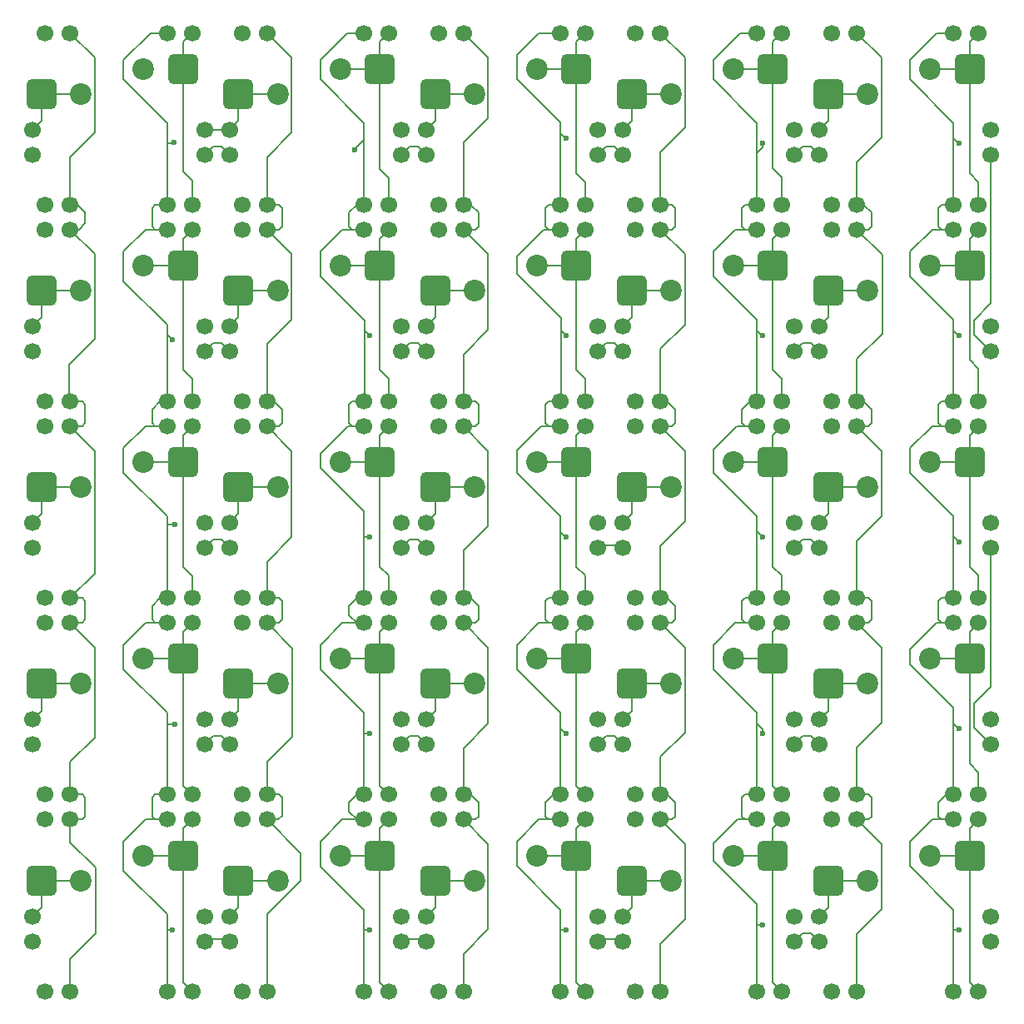
<source format=gbr>
%TF.GenerationSoftware,KiCad,Pcbnew,9.0.0*%
%TF.CreationDate,2025-05-01T22:13:03+08:00*%
%TF.ProjectId,kbd5x5,6b626435-7835-42e6-9b69-6361645f7063,rev?*%
%TF.SameCoordinates,Original*%
%TF.FileFunction,Copper,L2,Bot*%
%TF.FilePolarity,Positive*%
%FSLAX46Y46*%
G04 Gerber Fmt 4.6, Leading zero omitted, Abs format (unit mm)*
G04 Created by KiCad (PCBNEW 9.0.0) date 2025-05-01 22:13:03*
%MOMM*%
%LPD*%
G01*
G04 APERTURE LIST*
G04 Aperture macros list*
%AMRoundRect*
0 Rectangle with rounded corners*
0 $1 Rounding radius*
0 $2 $3 $4 $5 $6 $7 $8 $9 X,Y pos of 4 corners*
0 Add a 4 corners polygon primitive as box body*
4,1,4,$2,$3,$4,$5,$6,$7,$8,$9,$2,$3,0*
0 Add four circle primitives for the rounded corners*
1,1,$1+$1,$2,$3*
1,1,$1+$1,$4,$5*
1,1,$1+$1,$6,$7*
1,1,$1+$1,$8,$9*
0 Add four rect primitives between the rounded corners*
20,1,$1+$1,$2,$3,$4,$5,0*
20,1,$1+$1,$4,$5,$6,$7,0*
20,1,$1+$1,$6,$7,$8,$9,0*
20,1,$1+$1,$8,$9,$2,$3,0*%
G04 Aperture macros list end*
%TA.AperFunction,ComponentPad*%
%ADD10C,1.700000*%
%TD*%
%TA.AperFunction,ComponentPad*%
%ADD11RoundRect,0.450000X-1.050000X-1.050000X1.050000X-1.050000X1.050000X1.050000X-1.050000X1.050000X0*%
%TD*%
%TA.AperFunction,ComponentPad*%
%ADD12C,2.200000*%
%TD*%
%TA.AperFunction,ViaPad*%
%ADD13C,0.600000*%
%TD*%
%TA.AperFunction,Conductor*%
%ADD14C,0.200000*%
%TD*%
G04 APERTURE END LIST*
D10*
%TO.P,SW1,1,1*%
%TO.N,Net-(SW1-Pad1)*%
X31270000Y-41110000D03*
D11*
X32190000Y-37460000D03*
D12*
X36190000Y-37460000D03*
D10*
X48730000Y-41110000D03*
D12*
%TO.P,SW1,2,2*%
%TO.N,Net-(SW1-Pad2)*%
X42540000Y-34920000D03*
D11*
X46540000Y-34920000D03*
D10*
X47460000Y-31270000D03*
X47460000Y-48730000D03*
%TO.P,SW1,3,3*%
%TO.N,Net-(D1-DIN)*%
X31270000Y-43650000D03*
%TO.P,SW1,4,4*%
%TO.N,Net-(D1-DOUT)*%
X48730000Y-43650000D03*
%TO.P,SW1,5,5*%
%TO.N,VCC*%
X35080000Y-31270000D03*
X35080000Y-48730000D03*
%TO.P,SW1,6,6*%
%TO.N,GND*%
X44920000Y-31270000D03*
X44920000Y-48730000D03*
%TO.P,SW1,7*%
%TO.N,N/C*%
X32540000Y-31270000D03*
X32540000Y-48730000D03*
%TD*%
%TO.P,SW22,1,1*%
%TO.N,Net-(SW12-Pad1)*%
X111270000Y-61110000D03*
D11*
X112190000Y-57460000D03*
D12*
X116190000Y-57460000D03*
D10*
X128730000Y-61110000D03*
D12*
%TO.P,SW22,2,2*%
%TO.N,Net-(SW21-Pad2)*%
X122540000Y-54920000D03*
D11*
X126540000Y-54920000D03*
D10*
X127460000Y-51270000D03*
X127460000Y-68730000D03*
%TO.P,SW22,3,3*%
%TO.N,Net-(D17-DIN)*%
X111270000Y-63650000D03*
%TO.P,SW22,4,4*%
%TO.N,Net-(D21-DOUT)*%
X128730000Y-63650000D03*
%TO.P,SW22,5,5*%
%TO.N,VCC*%
X115080000Y-51270000D03*
X115080000Y-68730000D03*
%TO.P,SW22,6,6*%
%TO.N,GND*%
X124920000Y-51270000D03*
X124920000Y-68730000D03*
%TO.P,SW22,7*%
%TO.N,N/C*%
X112540000Y-51270000D03*
X112540000Y-68730000D03*
%TD*%
%TO.P,SW17,1,1*%
%TO.N,Net-(SW12-Pad1)*%
X91270000Y-61110000D03*
D11*
X92190000Y-57460000D03*
D12*
X96190000Y-57460000D03*
D10*
X108730000Y-61110000D03*
D12*
%TO.P,SW17,2,2*%
%TO.N,Net-(SW16-Pad2)*%
X102540000Y-54920000D03*
D11*
X106540000Y-54920000D03*
D10*
X107460000Y-51270000D03*
X107460000Y-68730000D03*
%TO.P,SW17,3,3*%
%TO.N,Net-(D12-DIN)*%
X91270000Y-63650000D03*
%TO.P,SW17,4,4*%
%TO.N,Net-(D17-DIN)*%
X108730000Y-63650000D03*
%TO.P,SW17,5,5*%
%TO.N,VCC*%
X95080000Y-51270000D03*
X95080000Y-68730000D03*
%TO.P,SW17,6,6*%
%TO.N,GND*%
X104920000Y-51270000D03*
X104920000Y-68730000D03*
%TO.P,SW17,7*%
%TO.N,N/C*%
X92540000Y-51270000D03*
X92540000Y-68730000D03*
%TD*%
%TO.P,SW18,1,1*%
%TO.N,Net-(SW13-Pad1)*%
X91270000Y-81110000D03*
D11*
X92190000Y-77460000D03*
D12*
X96190000Y-77460000D03*
D10*
X108730000Y-81110000D03*
D12*
%TO.P,SW18,2,2*%
%TO.N,Net-(SW16-Pad2)*%
X102540000Y-74920000D03*
D11*
X106540000Y-74920000D03*
D10*
X107460000Y-71270000D03*
X107460000Y-88730000D03*
%TO.P,SW18,3,3*%
%TO.N,Net-(D13-DOUT)*%
X91270000Y-83650000D03*
%TO.P,SW18,4,4*%
%TO.N,Net-(D18-DOUT)*%
X108730000Y-83650000D03*
%TO.P,SW18,5,5*%
%TO.N,VCC*%
X95080000Y-71270000D03*
X95080000Y-88730000D03*
%TO.P,SW18,6,6*%
%TO.N,GND*%
X104920000Y-71270000D03*
X104920000Y-88730000D03*
%TO.P,SW18,7*%
%TO.N,N/C*%
X92540000Y-71270000D03*
X92540000Y-88730000D03*
%TD*%
%TO.P,SW16,1,1*%
%TO.N,Net-(SW1-Pad1)*%
X91270000Y-41110000D03*
D11*
X92190000Y-37460000D03*
D12*
X96190000Y-37460000D03*
D10*
X108730000Y-41110000D03*
D12*
%TO.P,SW16,2,2*%
%TO.N,Net-(SW16-Pad2)*%
X102540000Y-34920000D03*
D11*
X106540000Y-34920000D03*
D10*
X107460000Y-31270000D03*
X107460000Y-48730000D03*
%TO.P,SW16,3,3*%
%TO.N,Net-(D11-DOUT)*%
X91270000Y-43650000D03*
%TO.P,SW16,4,4*%
%TO.N,Net-(D16-DOUT)*%
X108730000Y-43650000D03*
%TO.P,SW16,5,5*%
%TO.N,VCC*%
X95080000Y-31270000D03*
X95080000Y-48730000D03*
%TO.P,SW16,6,6*%
%TO.N,GND*%
X104920000Y-31270000D03*
X104920000Y-48730000D03*
%TO.P,SW16,7*%
%TO.N,N/C*%
X92540000Y-31270000D03*
X92540000Y-48730000D03*
%TD*%
%TO.P,SW25,1,1*%
%TO.N,Net-(SW10-Pad1)*%
X111270000Y-121110000D03*
D11*
X112190000Y-117460000D03*
D12*
X116190000Y-117460000D03*
D10*
X128730000Y-121110000D03*
D12*
%TO.P,SW25,2,2*%
%TO.N,Net-(SW21-Pad2)*%
X122540000Y-114920000D03*
D11*
X126540000Y-114920000D03*
D10*
X127460000Y-111270000D03*
X127460000Y-128730000D03*
%TO.P,SW25,3,3*%
%TO.N,Net-(D20-DOUT)*%
X111270000Y-123650000D03*
%TO.P,SW25,4,4*%
%TO.N,Net-(D25-DOUT)*%
X128730000Y-123650000D03*
%TO.P,SW25,5,5*%
%TO.N,VCC*%
X115080000Y-111270000D03*
X115080000Y-128730000D03*
%TO.P,SW25,6,6*%
%TO.N,GND*%
X124920000Y-111270000D03*
X124920000Y-128730000D03*
%TO.P,SW25,7*%
%TO.N,N/C*%
X112540000Y-111270000D03*
X112540000Y-128730000D03*
%TD*%
%TO.P,SW4,1,1*%
%TO.N,Net-(SW14-Pad1)*%
X31270000Y-101110000D03*
D11*
X32190000Y-97460000D03*
D12*
X36190000Y-97460000D03*
D10*
X48730000Y-101110000D03*
D12*
%TO.P,SW4,2,2*%
%TO.N,Net-(SW1-Pad2)*%
X42540000Y-94920000D03*
D11*
X46540000Y-94920000D03*
D10*
X47460000Y-91270000D03*
X47460000Y-108730000D03*
%TO.P,SW4,3,3*%
%TO.N,Net-(D4-DOUT)*%
X31270000Y-103650000D03*
%TO.P,SW4,4,4*%
%TO.N,Net-(D4-DIN)*%
X48730000Y-103650000D03*
%TO.P,SW4,5,5*%
%TO.N,VCC*%
X35080000Y-91270000D03*
X35080000Y-108730000D03*
%TO.P,SW4,6,6*%
%TO.N,GND*%
X44920000Y-91270000D03*
X44920000Y-108730000D03*
%TO.P,SW4,7*%
%TO.N,N/C*%
X32540000Y-91270000D03*
X32540000Y-108730000D03*
%TD*%
%TO.P,SW23,1,1*%
%TO.N,Net-(SW13-Pad1)*%
X111270000Y-81110000D03*
D11*
X112190000Y-77460000D03*
D12*
X116190000Y-77460000D03*
D10*
X128730000Y-81110000D03*
D12*
%TO.P,SW23,2,2*%
%TO.N,Net-(SW21-Pad2)*%
X122540000Y-74920000D03*
D11*
X126540000Y-74920000D03*
D10*
X127460000Y-71270000D03*
X127460000Y-88730000D03*
%TO.P,SW23,3,3*%
%TO.N,Net-(D18-DOUT)*%
X111270000Y-83650000D03*
%TO.P,SW23,4,4*%
%TO.N,Net-(D23-DOUT)*%
X128730000Y-83650000D03*
%TO.P,SW23,5,5*%
%TO.N,VCC*%
X115080000Y-71270000D03*
X115080000Y-88730000D03*
%TO.P,SW23,6,6*%
%TO.N,GND*%
X124920000Y-71270000D03*
X124920000Y-88730000D03*
%TO.P,SW23,7*%
%TO.N,N/C*%
X112540000Y-71270000D03*
X112540000Y-88730000D03*
%TD*%
%TO.P,SW12,1,1*%
%TO.N,Net-(SW12-Pad1)*%
X71270000Y-61110000D03*
D11*
X72190000Y-57460000D03*
D12*
X76190000Y-57460000D03*
D10*
X88730000Y-61110000D03*
D12*
%TO.P,SW12,2,2*%
%TO.N,Net-(SW11-Pad2)*%
X82540000Y-54920000D03*
D11*
X86540000Y-54920000D03*
D10*
X87460000Y-51270000D03*
X87460000Y-68730000D03*
%TO.P,SW12,3,3*%
%TO.N,Net-(D12-DOUT)*%
X71270000Y-63650000D03*
%TO.P,SW12,4,4*%
%TO.N,Net-(D12-DIN)*%
X88730000Y-63650000D03*
%TO.P,SW12,5,5*%
%TO.N,VCC*%
X75080000Y-51270000D03*
X75080000Y-68730000D03*
%TO.P,SW12,6,6*%
%TO.N,GND*%
X84920000Y-51270000D03*
X84920000Y-68730000D03*
%TO.P,SW12,7*%
%TO.N,N/C*%
X72540000Y-51270000D03*
X72540000Y-68730000D03*
%TD*%
%TO.P,SW5,1,1*%
%TO.N,Net-(SW10-Pad1)*%
X31270000Y-121110000D03*
D11*
X32190000Y-117460000D03*
D12*
X36190000Y-117460000D03*
D10*
X48730000Y-121110000D03*
D12*
%TO.P,SW5,2,2*%
%TO.N,Net-(SW1-Pad2)*%
X42540000Y-114920000D03*
D11*
X46540000Y-114920000D03*
D10*
X47460000Y-111270000D03*
X47460000Y-128730000D03*
%TO.P,SW5,3,3*%
%TO.N,Net-(D4-DOUT)*%
X31270000Y-123650000D03*
%TO.P,SW5,4,4*%
%TO.N,Net-(D10-DIN)*%
X48730000Y-123650000D03*
%TO.P,SW5,5,5*%
%TO.N,VCC*%
X35080000Y-111270000D03*
X35080000Y-128730000D03*
%TO.P,SW5,6,6*%
%TO.N,GND*%
X44920000Y-111270000D03*
X44920000Y-128730000D03*
%TO.P,SW5,7*%
%TO.N,N/C*%
X32540000Y-111270000D03*
X32540000Y-128730000D03*
%TD*%
%TO.P,SW10,1,1*%
%TO.N,Net-(SW10-Pad1)*%
X51270000Y-121110000D03*
D11*
X52190000Y-117460000D03*
D12*
X56190000Y-117460000D03*
D10*
X68730000Y-121110000D03*
D12*
%TO.P,SW10,2,2*%
%TO.N,Net-(SW10-Pad2)*%
X62540000Y-114920000D03*
D11*
X66540000Y-114920000D03*
D10*
X67460000Y-111270000D03*
X67460000Y-128730000D03*
%TO.P,SW10,3,3*%
%TO.N,Net-(D10-DIN)*%
X51270000Y-123650000D03*
%TO.P,SW10,4,4*%
%TO.N,Net-(D10-DOUT)*%
X68730000Y-123650000D03*
%TO.P,SW10,5,5*%
%TO.N,VCC*%
X55080000Y-111270000D03*
X55080000Y-128730000D03*
%TO.P,SW10,6,6*%
%TO.N,GND*%
X64920000Y-111270000D03*
X64920000Y-128730000D03*
%TO.P,SW10,7*%
%TO.N,N/C*%
X52540000Y-111270000D03*
X52540000Y-128730000D03*
%TD*%
%TO.P,SW15,1,1*%
%TO.N,Net-(SW10-Pad1)*%
X71270000Y-121110000D03*
D11*
X72190000Y-117460000D03*
D12*
X76190000Y-117460000D03*
D10*
X88730000Y-121110000D03*
D12*
%TO.P,SW15,2,2*%
%TO.N,Net-(SW11-Pad2)*%
X82540000Y-114920000D03*
D11*
X86540000Y-114920000D03*
D10*
X87460000Y-111270000D03*
X87460000Y-128730000D03*
%TO.P,SW15,3,3*%
%TO.N,Net-(D10-DOUT)*%
X71270000Y-123650000D03*
%TO.P,SW15,4,4*%
%TO.N,Net-(D15-DOUT)*%
X88730000Y-123650000D03*
%TO.P,SW15,5,5*%
%TO.N,VCC*%
X75080000Y-111270000D03*
X75080000Y-128730000D03*
%TO.P,SW15,6,6*%
%TO.N,GND*%
X84920000Y-111270000D03*
X84920000Y-128730000D03*
%TO.P,SW15,7*%
%TO.N,N/C*%
X72540000Y-111270000D03*
X72540000Y-128730000D03*
%TD*%
%TO.P,SW7,1,1*%
%TO.N,Net-(SW12-Pad1)*%
X51270000Y-61110000D03*
D11*
X52190000Y-57460000D03*
D12*
X56190000Y-57460000D03*
D10*
X68730000Y-61110000D03*
D12*
%TO.P,SW7,2,2*%
%TO.N,Net-(SW10-Pad2)*%
X62540000Y-54920000D03*
D11*
X66540000Y-54920000D03*
D10*
X67460000Y-51270000D03*
X67460000Y-68730000D03*
%TO.P,SW7,3,3*%
%TO.N,Net-(D2-DIN)*%
X51270000Y-63650000D03*
%TO.P,SW7,4,4*%
%TO.N,Net-(D12-DOUT)*%
X68730000Y-63650000D03*
%TO.P,SW7,5,5*%
%TO.N,VCC*%
X55080000Y-51270000D03*
X55080000Y-68730000D03*
%TO.P,SW7,6,6*%
%TO.N,GND*%
X64920000Y-51270000D03*
X64920000Y-68730000D03*
%TO.P,SW7,7*%
%TO.N,N/C*%
X52540000Y-51270000D03*
X52540000Y-68730000D03*
%TD*%
%TO.P,SW3,1,1*%
%TO.N,Net-(SW13-Pad1)*%
X31270000Y-81110000D03*
D11*
X32190000Y-77460000D03*
D12*
X36190000Y-77460000D03*
D10*
X48730000Y-81110000D03*
D12*
%TO.P,SW3,2,2*%
%TO.N,Net-(SW1-Pad2)*%
X42540000Y-74920000D03*
D11*
X46540000Y-74920000D03*
D10*
X47460000Y-71270000D03*
X47460000Y-88730000D03*
%TO.P,SW3,3,3*%
%TO.N,Net-(D2-DOUT)*%
X31270000Y-83650000D03*
%TO.P,SW3,4,4*%
%TO.N,Net-(D3-DOUT)*%
X48730000Y-83650000D03*
%TO.P,SW3,5,5*%
%TO.N,VCC*%
X35080000Y-71270000D03*
X35080000Y-88730000D03*
%TO.P,SW3,6,6*%
%TO.N,GND*%
X44920000Y-71270000D03*
X44920000Y-88730000D03*
%TO.P,SW3,7*%
%TO.N,N/C*%
X32540000Y-71270000D03*
X32540000Y-88730000D03*
%TD*%
%TO.P,SW11,1,1*%
%TO.N,Net-(SW1-Pad1)*%
X71270000Y-41110000D03*
D11*
X72190000Y-37460000D03*
D12*
X76190000Y-37460000D03*
D10*
X88730000Y-41110000D03*
D12*
%TO.P,SW11,2,2*%
%TO.N,Net-(SW11-Pad2)*%
X82540000Y-34920000D03*
D11*
X86540000Y-34920000D03*
D10*
X87460000Y-31270000D03*
X87460000Y-48730000D03*
%TO.P,SW11,3,3*%
%TO.N,Net-(D11-DIN)*%
X71270000Y-43650000D03*
%TO.P,SW11,4,4*%
%TO.N,Net-(D11-DOUT)*%
X88730000Y-43650000D03*
%TO.P,SW11,5,5*%
%TO.N,VCC*%
X75080000Y-31270000D03*
X75080000Y-48730000D03*
%TO.P,SW11,6,6*%
%TO.N,GND*%
X84920000Y-31270000D03*
X84920000Y-48730000D03*
%TO.P,SW11,7*%
%TO.N,N/C*%
X72540000Y-31270000D03*
X72540000Y-48730000D03*
%TD*%
%TO.P,SW20,1,1*%
%TO.N,Net-(SW10-Pad1)*%
X91270000Y-121110000D03*
D11*
X92190000Y-117460000D03*
D12*
X96190000Y-117460000D03*
D10*
X108730000Y-121110000D03*
D12*
%TO.P,SW20,2,2*%
%TO.N,Net-(SW16-Pad2)*%
X102540000Y-114920000D03*
D11*
X106540000Y-114920000D03*
D10*
X107460000Y-111270000D03*
X107460000Y-128730000D03*
%TO.P,SW20,3,3*%
%TO.N,Net-(D15-DOUT)*%
X91270000Y-123650000D03*
%TO.P,SW20,4,4*%
%TO.N,Net-(D20-DOUT)*%
X108730000Y-123650000D03*
%TO.P,SW20,5,5*%
%TO.N,VCC*%
X95080000Y-111270000D03*
X95080000Y-128730000D03*
%TO.P,SW20,6,6*%
%TO.N,GND*%
X104920000Y-111270000D03*
X104920000Y-128730000D03*
%TO.P,SW20,7*%
%TO.N,N/C*%
X92540000Y-111270000D03*
X92540000Y-128730000D03*
%TD*%
%TO.P,SW21,1,1*%
%TO.N,Net-(SW1-Pad1)*%
X111270000Y-41110000D03*
D11*
X112190000Y-37460000D03*
D12*
X116190000Y-37460000D03*
D10*
X128730000Y-41110000D03*
D12*
%TO.P,SW21,2,2*%
%TO.N,Net-(SW21-Pad2)*%
X122540000Y-34920000D03*
D11*
X126540000Y-34920000D03*
D10*
X127460000Y-31270000D03*
X127460000Y-48730000D03*
%TO.P,SW21,3,3*%
%TO.N,Net-(D16-DOUT)*%
X111270000Y-43650000D03*
%TO.P,SW21,4,4*%
%TO.N,Net-(D21-DOUT)*%
X128730000Y-43650000D03*
%TO.P,SW21,5,5*%
%TO.N,VCC*%
X115080000Y-31270000D03*
X115080000Y-48730000D03*
%TO.P,SW21,6,6*%
%TO.N,GND*%
X124920000Y-31270000D03*
X124920000Y-48730000D03*
%TO.P,SW21,7*%
%TO.N,N/C*%
X112540000Y-31270000D03*
X112540000Y-48730000D03*
%TD*%
%TO.P,SW2,1,1*%
%TO.N,Net-(SW12-Pad1)*%
X31270000Y-61110000D03*
D11*
X32190000Y-57460000D03*
D12*
X36190000Y-57460000D03*
D10*
X48730000Y-61110000D03*
D12*
%TO.P,SW2,2,2*%
%TO.N,Net-(SW1-Pad2)*%
X42540000Y-54920000D03*
D11*
X46540000Y-54920000D03*
D10*
X47460000Y-51270000D03*
X47460000Y-68730000D03*
%TO.P,SW2,3,3*%
%TO.N,Net-(D2-DOUT)*%
X31270000Y-63650000D03*
%TO.P,SW2,4,4*%
%TO.N,Net-(D2-DIN)*%
X48730000Y-63650000D03*
%TO.P,SW2,5,5*%
%TO.N,VCC*%
X35080000Y-51270000D03*
X35080000Y-68730000D03*
%TO.P,SW2,6,6*%
%TO.N,GND*%
X44920000Y-51270000D03*
X44920000Y-68730000D03*
%TO.P,SW2,7*%
%TO.N,N/C*%
X32540000Y-51270000D03*
X32540000Y-68730000D03*
%TD*%
%TO.P,SW6,1,1*%
%TO.N,Net-(SW1-Pad1)*%
X51270000Y-41110000D03*
D11*
X52190000Y-37460000D03*
D12*
X56190000Y-37460000D03*
D10*
X68730000Y-41110000D03*
D12*
%TO.P,SW6,2,2*%
%TO.N,Net-(SW10-Pad2)*%
X62540000Y-34920000D03*
D11*
X66540000Y-34920000D03*
D10*
X67460000Y-31270000D03*
X67460000Y-48730000D03*
%TO.P,SW6,3,3*%
%TO.N,Net-(D1-DOUT)*%
X51270000Y-43650000D03*
%TO.P,SW6,4,4*%
%TO.N,Net-(D11-DIN)*%
X68730000Y-43650000D03*
%TO.P,SW6,5,5*%
%TO.N,VCC*%
X55080000Y-31270000D03*
X55080000Y-48730000D03*
%TO.P,SW6,6,6*%
%TO.N,GND*%
X64920000Y-31270000D03*
X64920000Y-48730000D03*
%TO.P,SW6,7*%
%TO.N,N/C*%
X52540000Y-31270000D03*
X52540000Y-48730000D03*
%TD*%
%TO.P,SW9,1,1*%
%TO.N,Net-(SW14-Pad1)*%
X51270000Y-101110000D03*
D11*
X52190000Y-97460000D03*
D12*
X56190000Y-97460000D03*
D10*
X68730000Y-101110000D03*
D12*
%TO.P,SW9,2,2*%
%TO.N,Net-(SW10-Pad2)*%
X62540000Y-94920000D03*
D11*
X66540000Y-94920000D03*
D10*
X67460000Y-91270000D03*
X67460000Y-108730000D03*
%TO.P,SW9,3,3*%
%TO.N,Net-(D4-DIN)*%
X51270000Y-103650000D03*
%TO.P,SW9,4,4*%
%TO.N,Net-(D14-DOUT)*%
X68730000Y-103650000D03*
%TO.P,SW9,5,5*%
%TO.N,VCC*%
X55080000Y-91270000D03*
X55080000Y-108730000D03*
%TO.P,SW9,6,6*%
%TO.N,GND*%
X64920000Y-91270000D03*
X64920000Y-108730000D03*
%TO.P,SW9,7*%
%TO.N,N/C*%
X52540000Y-91270000D03*
X52540000Y-108730000D03*
%TD*%
%TO.P,SW13,1,1*%
%TO.N,Net-(SW13-Pad1)*%
X71270000Y-81110000D03*
D11*
X72190000Y-77460000D03*
D12*
X76190000Y-77460000D03*
D10*
X88730000Y-81110000D03*
D12*
%TO.P,SW13,2,2*%
%TO.N,Net-(SW11-Pad2)*%
X82540000Y-74920000D03*
D11*
X86540000Y-74920000D03*
D10*
X87460000Y-71270000D03*
X87460000Y-88730000D03*
%TO.P,SW13,3,3*%
%TO.N,Net-(D13-DIN)*%
X71270000Y-83650000D03*
%TO.P,SW13,4,4*%
%TO.N,Net-(D13-DOUT)*%
X88730000Y-83650000D03*
%TO.P,SW13,5,5*%
%TO.N,VCC*%
X75080000Y-71270000D03*
X75080000Y-88730000D03*
%TO.P,SW13,6,6*%
%TO.N,GND*%
X84920000Y-71270000D03*
X84920000Y-88730000D03*
%TO.P,SW13,7*%
%TO.N,N/C*%
X72540000Y-71270000D03*
X72540000Y-88730000D03*
%TD*%
%TO.P,SW14,1,1*%
%TO.N,Net-(SW14-Pad1)*%
X71270000Y-101110000D03*
D11*
X72190000Y-97460000D03*
D12*
X76190000Y-97460000D03*
D10*
X88730000Y-101110000D03*
D12*
%TO.P,SW14,2,2*%
%TO.N,Net-(SW11-Pad2)*%
X82540000Y-94920000D03*
D11*
X86540000Y-94920000D03*
D10*
X87460000Y-91270000D03*
X87460000Y-108730000D03*
%TO.P,SW14,3,3*%
%TO.N,Net-(D14-DOUT)*%
X71270000Y-103650000D03*
%TO.P,SW14,4,4*%
%TO.N,Net-(D14-DIN)*%
X88730000Y-103650000D03*
%TO.P,SW14,5,5*%
%TO.N,VCC*%
X75080000Y-91270000D03*
X75080000Y-108730000D03*
%TO.P,SW14,6,6*%
%TO.N,GND*%
X84920000Y-91270000D03*
X84920000Y-108730000D03*
%TO.P,SW14,7*%
%TO.N,N/C*%
X72540000Y-91270000D03*
X72540000Y-108730000D03*
%TD*%
%TO.P,SW19,1,1*%
%TO.N,Net-(SW14-Pad1)*%
X91270000Y-101110000D03*
D11*
X92190000Y-97460000D03*
D12*
X96190000Y-97460000D03*
D10*
X108730000Y-101110000D03*
D12*
%TO.P,SW19,2,2*%
%TO.N,Net-(SW16-Pad2)*%
X102540000Y-94920000D03*
D11*
X106540000Y-94920000D03*
D10*
X107460000Y-91270000D03*
X107460000Y-108730000D03*
%TO.P,SW19,3,3*%
%TO.N,Net-(D14-DIN)*%
X91270000Y-103650000D03*
%TO.P,SW19,4,4*%
%TO.N,Net-(D19-DIN)*%
X108730000Y-103650000D03*
%TO.P,SW19,5,5*%
%TO.N,VCC*%
X95080000Y-91270000D03*
X95080000Y-108730000D03*
%TO.P,SW19,6,6*%
%TO.N,GND*%
X104920000Y-91270000D03*
X104920000Y-108730000D03*
%TO.P,SW19,7*%
%TO.N,N/C*%
X92540000Y-91270000D03*
X92540000Y-108730000D03*
%TD*%
%TO.P,SW24,1,1*%
%TO.N,Net-(SW14-Pad1)*%
X111270000Y-101110000D03*
D11*
X112190000Y-97460000D03*
D12*
X116190000Y-97460000D03*
D10*
X128730000Y-101110000D03*
D12*
%TO.P,SW24,2,2*%
%TO.N,Net-(SW21-Pad2)*%
X122540000Y-94920000D03*
D11*
X126540000Y-94920000D03*
D10*
X127460000Y-91270000D03*
X127460000Y-108730000D03*
%TO.P,SW24,3,3*%
%TO.N,Net-(D19-DIN)*%
X111270000Y-103650000D03*
%TO.P,SW24,4,4*%
%TO.N,Net-(D23-DOUT)*%
X128730000Y-103650000D03*
%TO.P,SW24,5,5*%
%TO.N,VCC*%
X115080000Y-91270000D03*
X115080000Y-108730000D03*
%TO.P,SW24,6,6*%
%TO.N,GND*%
X124920000Y-91270000D03*
X124920000Y-108730000D03*
%TO.P,SW24,7*%
%TO.N,N/C*%
X112540000Y-91270000D03*
X112540000Y-108730000D03*
%TD*%
%TO.P,SW8,1,1*%
%TO.N,Net-(SW13-Pad1)*%
X51270000Y-81110000D03*
D11*
X52190000Y-77460000D03*
D12*
X56190000Y-77460000D03*
D10*
X68730000Y-81110000D03*
D12*
%TO.P,SW8,2,2*%
%TO.N,Net-(SW10-Pad2)*%
X62540000Y-74920000D03*
D11*
X66540000Y-74920000D03*
D10*
X67460000Y-71270000D03*
X67460000Y-88730000D03*
%TO.P,SW8,3,3*%
%TO.N,Net-(D3-DOUT)*%
X51270000Y-83650000D03*
%TO.P,SW8,4,4*%
%TO.N,Net-(D13-DIN)*%
X68730000Y-83650000D03*
%TO.P,SW8,5,5*%
%TO.N,VCC*%
X55080000Y-71270000D03*
X55080000Y-88730000D03*
%TO.P,SW8,6,6*%
%TO.N,GND*%
X64920000Y-71270000D03*
X64920000Y-88730000D03*
%TO.P,SW8,7*%
%TO.N,N/C*%
X52540000Y-71270000D03*
X52540000Y-88730000D03*
%TD*%
D13*
%TO.N,GND*%
X45720000Y-81280000D03*
X45720000Y-101600000D03*
X45500000Y-122500000D03*
X65500000Y-122500000D03*
X85500000Y-122500000D03*
X105500000Y-122000000D03*
X125500000Y-122500000D03*
X125500000Y-102000000D03*
X105500000Y-102500000D03*
X85500000Y-102500000D03*
X65500000Y-102500000D03*
X65500000Y-82500000D03*
X85500000Y-82500000D03*
X105500000Y-82500000D03*
X125500000Y-83000000D03*
X125500000Y-62000000D03*
X105500000Y-62000000D03*
X85500000Y-62000000D03*
X65500000Y-62000000D03*
X45500000Y-62500000D03*
X125500000Y-42500000D03*
X105500000Y-42500000D03*
X85500000Y-42000000D03*
X64000000Y-43180000D03*
X45633957Y-42366043D03*
%TD*%
D14*
%TO.N,Net-(D4-DIN)*%
X48730000Y-103650000D02*
X49580000Y-102800000D01*
X49580000Y-102800000D02*
X50420000Y-102800000D01*
X50420000Y-102800000D02*
X51270000Y-103650000D01*
%TO.N,GND*%
X64920000Y-42160000D02*
X64920000Y-42000000D01*
X64000000Y-43080000D02*
X64920000Y-42160000D01*
X64000000Y-43180000D02*
X64000000Y-43080000D01*
X45720000Y-81280000D02*
X44920000Y-81280000D01*
X44920000Y-80420000D02*
X44920000Y-81280000D01*
X44920000Y-101600000D02*
X44920000Y-108329000D01*
X45720000Y-101600000D02*
X44920000Y-101600000D01*
X44920000Y-120920000D02*
X44920000Y-122500000D01*
X40500000Y-113500000D02*
X40500000Y-116500000D01*
X42730000Y-111270000D02*
X40500000Y-113500000D01*
X40500000Y-116500000D02*
X44920000Y-120920000D01*
X44920000Y-111270000D02*
X42730000Y-111270000D01*
X60500000Y-116080000D02*
X64920000Y-120500000D01*
X64920000Y-120500000D02*
X64920000Y-122500000D01*
X62730000Y-111270000D02*
X60500000Y-113500000D01*
X64920000Y-111270000D02*
X62730000Y-111270000D01*
X60500000Y-113500000D02*
X60500000Y-116080000D01*
X84920000Y-120420000D02*
X84920000Y-122500000D01*
X80500000Y-116000000D02*
X84920000Y-120420000D01*
X80500000Y-113500000D02*
X80500000Y-116000000D01*
X82730000Y-111270000D02*
X80500000Y-113500000D01*
X83717919Y-111270000D02*
X82730000Y-111270000D01*
X100500000Y-113683139D02*
X100500000Y-115460000D01*
X100500000Y-115460000D02*
X104920000Y-119880000D01*
X102913139Y-111270000D02*
X100500000Y-113683139D01*
X104920000Y-111270000D02*
X102913139Y-111270000D01*
X104920000Y-119880000D02*
X104920000Y-122000000D01*
X124920000Y-120420000D02*
X124920000Y-122500000D01*
X120500000Y-116000000D02*
X124920000Y-120420000D01*
X120500000Y-113500000D02*
X120500000Y-116000000D01*
X122730000Y-111270000D02*
X120500000Y-113500000D01*
X124920000Y-111270000D02*
X122730000Y-111270000D01*
X123230000Y-91270000D02*
X124920000Y-91270000D01*
X120500000Y-94000000D02*
X123230000Y-91270000D01*
X124920000Y-99920000D02*
X120500000Y-95500000D01*
X120500000Y-95500000D02*
X120500000Y-94000000D01*
X124920000Y-101500000D02*
X124920000Y-99920000D01*
X40500000Y-73500000D02*
X40500000Y-76000000D01*
X42730000Y-71270000D02*
X40500000Y-73500000D01*
X40500000Y-76000000D02*
X44920000Y-80420000D01*
X44920000Y-71270000D02*
X42730000Y-71270000D01*
X44920000Y-81280000D02*
X44920000Y-88329000D01*
%TO.N,VCC*%
X57591000Y-73781000D02*
X55080000Y-71270000D01*
X57591000Y-82569000D02*
X57591000Y-73781000D01*
X55080000Y-85080000D02*
X57591000Y-82569000D01*
X55080000Y-88730000D02*
X55080000Y-85080000D01*
%TO.N,GND*%
X60500000Y-75500000D02*
X64920000Y-79920000D01*
X64920000Y-79920000D02*
X64920000Y-82500000D01*
X60500000Y-74069500D02*
X60500000Y-75500000D01*
X63299500Y-71270000D02*
X60500000Y-74069500D01*
X64920000Y-71270000D02*
X63299500Y-71270000D01*
X84920000Y-80420000D02*
X84920000Y-82000000D01*
X80500000Y-73750000D02*
X80500000Y-76000000D01*
X82980000Y-71270000D02*
X80500000Y-73750000D01*
X80500000Y-76000000D02*
X84920000Y-80420000D01*
X84920000Y-71270000D02*
X82980000Y-71270000D01*
X102853186Y-71270000D02*
X104920000Y-71270000D01*
X100500000Y-76000000D02*
X100500000Y-73623186D01*
X100500000Y-73623186D02*
X102853186Y-71270000D01*
X104920000Y-80420000D02*
X100500000Y-76000000D01*
X104920000Y-82000000D02*
X104920000Y-80420000D01*
X120500000Y-73500000D02*
X122730000Y-71270000D01*
X120500000Y-76000000D02*
X120500000Y-73500000D01*
X124920000Y-80420000D02*
X120500000Y-76000000D01*
X124920000Y-82500000D02*
X124920000Y-80420000D01*
X122730000Y-71270000D02*
X124920000Y-71270000D01*
X80500000Y-54000000D02*
X83230000Y-51270000D01*
X80500000Y-55750000D02*
X80500000Y-54000000D01*
X85000000Y-60250000D02*
X80500000Y-55750000D01*
X85000000Y-61500000D02*
X85000000Y-60250000D01*
X83230000Y-51270000D02*
X84920000Y-51270000D01*
X62730000Y-51270000D02*
X64920000Y-51270000D01*
X60500000Y-56000000D02*
X60500000Y-53500000D01*
X65000000Y-60500000D02*
X60500000Y-56000000D01*
X65000000Y-61500000D02*
X65000000Y-60500000D01*
X60500000Y-53500000D02*
X62730000Y-51270000D01*
X44920000Y-60951052D02*
X44920000Y-61500000D01*
X42730000Y-51270000D02*
X40500000Y-53500000D01*
X44920000Y-51270000D02*
X42730000Y-51270000D01*
X40500000Y-53500000D02*
X40500000Y-56531052D01*
X40500000Y-56531052D02*
X44920000Y-60951052D01*
%TO.N,VCC*%
X97591000Y-80909000D02*
X95080000Y-83420000D01*
X95080000Y-83420000D02*
X95080000Y-88730000D01*
X97591000Y-73781000D02*
X97591000Y-80909000D01*
X95080000Y-71270000D02*
X97591000Y-73781000D01*
X95080000Y-63420000D02*
X95080000Y-68730000D01*
X97591000Y-60909000D02*
X95080000Y-63420000D01*
X97591000Y-53781000D02*
X97591000Y-60909000D01*
X95080000Y-51270000D02*
X97591000Y-53781000D01*
X97591000Y-40909000D02*
X95080000Y-43420000D01*
X97591000Y-33781000D02*
X97591000Y-40909000D01*
X95080000Y-43420000D02*
X95080000Y-48730000D01*
X95080000Y-31270000D02*
X97591000Y-33781000D01*
X115080000Y-64420000D02*
X115080000Y-68730000D01*
X117649000Y-61851000D02*
X115080000Y-64420000D01*
X117649000Y-53839000D02*
X117649000Y-61851000D01*
X115080000Y-51270000D02*
X117649000Y-53839000D01*
X115080000Y-82920000D02*
X115080000Y-88730000D01*
X117591000Y-80409000D02*
X115080000Y-82920000D01*
X117591000Y-73781000D02*
X117591000Y-80409000D01*
X115080000Y-71270000D02*
X117591000Y-73781000D01*
X115080000Y-103920000D02*
X115080000Y-108730000D01*
X117591000Y-101409000D02*
X115080000Y-103920000D01*
X117591000Y-93781000D02*
X117591000Y-101409000D01*
X115080000Y-91270000D02*
X117591000Y-93781000D01*
X115080000Y-122920000D02*
X115080000Y-128730000D01*
X117591000Y-120409000D02*
X115080000Y-122920000D01*
X117591000Y-113781000D02*
X117591000Y-120409000D01*
X115080000Y-111270000D02*
X117591000Y-113781000D01*
%TO.N,GND*%
X45500000Y-122500000D02*
X44920000Y-122500000D01*
X44920000Y-128730000D02*
X44920000Y-122500000D01*
X65500000Y-122500000D02*
X64920000Y-122500000D01*
X85500000Y-122500000D02*
X84920000Y-122500000D01*
X105500000Y-122000000D02*
X104920000Y-122000000D01*
X124920000Y-122500000D02*
X125500000Y-122500000D01*
X124920000Y-122500000D02*
X124920000Y-128730000D01*
X125500000Y-102000000D02*
X125420000Y-102000000D01*
X125420000Y-102000000D02*
X124920000Y-101500000D01*
X105500000Y-102080000D02*
X104920000Y-101500000D01*
X104920000Y-101500000D02*
X104920000Y-108730000D01*
X105500000Y-102500000D02*
X105500000Y-102080000D01*
X85500000Y-102500000D02*
X85420000Y-102500000D01*
X85420000Y-102500000D02*
X84920000Y-102000000D01*
X84920000Y-102000000D02*
X84920000Y-108730000D01*
X64920000Y-102500000D02*
X65500000Y-102500000D01*
X64920000Y-102500000D02*
X64920000Y-108730000D01*
X65500000Y-82500000D02*
X64920000Y-82500000D01*
X85420000Y-82500000D02*
X84920000Y-82000000D01*
X85500000Y-82500000D02*
X85420000Y-82500000D01*
X84920000Y-82000000D02*
X84920000Y-88730000D01*
X105000000Y-82000000D02*
X104920000Y-82000000D01*
X105500000Y-82500000D02*
X105000000Y-82000000D01*
X124920000Y-82500000D02*
X125000000Y-82500000D01*
X125000000Y-82500000D02*
X125500000Y-83000000D01*
X125420000Y-62000000D02*
X124920000Y-61500000D01*
X125500000Y-62000000D02*
X125420000Y-62000000D01*
X124920000Y-61500000D02*
X124920000Y-60472811D01*
X105420000Y-62000000D02*
X104920000Y-61500000D01*
X105500000Y-62000000D02*
X105420000Y-62000000D01*
X104920000Y-60420000D02*
X104920000Y-61500000D01*
X85500000Y-62000000D02*
X85000000Y-61500000D01*
X65500000Y-62000000D02*
X65000000Y-61500000D01*
X44920000Y-61920000D02*
X45500000Y-62500000D01*
X44920000Y-61500000D02*
X44920000Y-61920000D01*
X44920000Y-61500000D02*
X44920000Y-68329000D01*
X125420000Y-42500000D02*
X124920000Y-42000000D01*
X125500000Y-42500000D02*
X125420000Y-42500000D01*
X124920000Y-48730000D02*
X124920000Y-42000000D01*
X105500000Y-42920000D02*
X104920000Y-43500000D01*
X105500000Y-42500000D02*
X105500000Y-42920000D01*
X104920000Y-40420000D02*
X104920000Y-43500000D01*
X84920000Y-48730000D02*
X84920000Y-41500000D01*
X85420000Y-42000000D02*
X84920000Y-41500000D01*
X85500000Y-42000000D02*
X85420000Y-42000000D01*
X45500000Y-42500000D02*
X45000000Y-42500000D01*
X45633957Y-42366043D02*
X45500000Y-42500000D01*
X44920000Y-42500000D02*
X44920000Y-48730000D01*
X64920000Y-48730000D02*
X64920000Y-42000000D01*
X44920000Y-40420000D02*
X44920000Y-42500000D01*
X40500000Y-36000000D02*
X44920000Y-40420000D01*
X40500000Y-34000000D02*
X40500000Y-36000000D01*
X43230000Y-31270000D02*
X40500000Y-34000000D01*
X44920000Y-31270000D02*
X43230000Y-31270000D01*
X84920000Y-122500000D02*
X84920000Y-128730000D01*
X64920000Y-122500000D02*
X64920000Y-128730000D01*
%TO.N,Net-(SW21-Pad2)*%
X126540000Y-127810000D02*
X127460000Y-128730000D01*
X126540000Y-114920000D02*
X126540000Y-127810000D01*
%TO.N,Net-(SW16-Pad2)*%
X106540000Y-127810000D02*
X106540000Y-114920000D01*
X107460000Y-128730000D02*
X106540000Y-127810000D01*
%TO.N,VCC*%
X35080000Y-113580000D02*
X35080000Y-111270000D01*
X37649000Y-116149000D02*
X35080000Y-113580000D01*
X37649000Y-122851000D02*
X37649000Y-116149000D01*
X35080000Y-125420000D02*
X37649000Y-122851000D01*
X35080000Y-128730000D02*
X35080000Y-125420000D01*
%TO.N,GND*%
X64920000Y-100420000D02*
X64920000Y-102500000D01*
X60500000Y-96000000D02*
X64920000Y-100420000D01*
X60500000Y-93500000D02*
X60500000Y-96000000D01*
X62730000Y-91270000D02*
X60500000Y-93500000D01*
X64920000Y-91270000D02*
X62730000Y-91270000D01*
%TO.N,VCC*%
X57649000Y-102851000D02*
X57649000Y-101000000D01*
X55080000Y-105420000D02*
X57649000Y-102851000D01*
X55080000Y-108730000D02*
X55080000Y-105420000D01*
X57649000Y-93839000D02*
X57649000Y-101000000D01*
X55080000Y-91270000D02*
X57649000Y-93839000D01*
%TO.N,GND*%
X80500000Y-96000000D02*
X84920000Y-100420000D01*
X80500000Y-93500000D02*
X80500000Y-96000000D01*
X84920000Y-100420000D02*
X84920000Y-102000000D01*
X82730000Y-91270000D02*
X80500000Y-93500000D01*
X83717919Y-91270000D02*
X82730000Y-91270000D01*
X100500000Y-96000000D02*
X104920000Y-100420000D01*
X100500000Y-93500000D02*
X100500000Y-96000000D01*
X104920000Y-100420000D02*
X104920000Y-101500000D01*
X102730000Y-91270000D02*
X100500000Y-93500000D01*
X104920000Y-91270000D02*
X102730000Y-91270000D01*
%TO.N,Net-(SW21-Pad2)*%
X126540000Y-105540000D02*
X127460000Y-106460000D01*
X126540000Y-94920000D02*
X126540000Y-105540000D01*
X127460000Y-106460000D02*
X127460000Y-108730000D01*
X127460000Y-86460000D02*
X126540000Y-85540000D01*
X127460000Y-88730000D02*
X127460000Y-86460000D01*
X126540000Y-85540000D02*
X126540000Y-74920000D01*
%TO.N,Net-(SW16-Pad2)*%
X107460000Y-86460000D02*
X107460000Y-88730000D01*
X106540000Y-85540000D02*
X107460000Y-86460000D01*
X106540000Y-74920000D02*
X106540000Y-85540000D01*
X106540000Y-74920000D02*
X106540000Y-72190000D01*
X106540000Y-72190000D02*
X107460000Y-71270000D01*
%TO.N,Net-(SW11-Pad2)*%
X86540000Y-85540000D02*
X86540000Y-74920000D01*
X87460000Y-86460000D02*
X86540000Y-85540000D01*
X87460000Y-88730000D02*
X87460000Y-86460000D01*
%TO.N,Net-(SW10-Pad2)*%
X67460000Y-86460000D02*
X67460000Y-88730000D01*
X66540000Y-85540000D02*
X67460000Y-86460000D01*
X66540000Y-74920000D02*
X66540000Y-85540000D01*
%TO.N,Net-(SW1-Pad2)*%
X47460000Y-66460000D02*
X47460000Y-68730000D01*
X46540000Y-65540000D02*
X47460000Y-66460000D01*
X46540000Y-54920000D02*
X46540000Y-65540000D01*
%TO.N,Net-(SW10-Pad2)*%
X67460000Y-66460000D02*
X67460000Y-68730000D01*
X66540000Y-65540000D02*
X67460000Y-66460000D01*
X66540000Y-54920000D02*
X66540000Y-65540000D01*
%TO.N,Net-(SW11-Pad2)*%
X87460000Y-66460000D02*
X86540000Y-65540000D01*
X86540000Y-65540000D02*
X86540000Y-54920000D01*
X87460000Y-68730000D02*
X87460000Y-66460000D01*
%TO.N,Net-(SW16-Pad2)*%
X106540000Y-65540000D02*
X107460000Y-66460000D01*
X107460000Y-66460000D02*
X107460000Y-68730000D01*
X106540000Y-54920000D02*
X106540000Y-65540000D01*
X106540000Y-52190000D02*
X106540000Y-54920000D01*
X107460000Y-51270000D02*
X106540000Y-52190000D01*
%TO.N,GND*%
X122730000Y-51270000D02*
X124920000Y-51270000D01*
X120500000Y-56052811D02*
X120500000Y-53500000D01*
X124920000Y-60472811D02*
X120500000Y-56052811D01*
X120500000Y-53500000D02*
X122730000Y-51270000D01*
X124920000Y-68730000D02*
X124920000Y-61500000D01*
%TO.N,Net-(SW21-Pad2)*%
X127460000Y-65420000D02*
X127460000Y-68730000D01*
X126540000Y-64500000D02*
X127460000Y-65420000D01*
X126540000Y-54920000D02*
X126540000Y-64500000D01*
%TO.N,Net-(D21-DOUT)*%
X127000000Y-60500000D02*
X127000000Y-61920000D01*
X128730000Y-58770000D02*
X127000000Y-60500000D01*
X127000000Y-61920000D02*
X128730000Y-63650000D01*
X128730000Y-43650000D02*
X128730000Y-58770000D01*
%TO.N,Net-(SW21-Pad2)*%
X127460000Y-46460000D02*
X127460000Y-48730000D01*
X126540000Y-45540000D02*
X127460000Y-46460000D01*
X126540000Y-34920000D02*
X126540000Y-45540000D01*
%TO.N,Net-(SW11-Pad2)*%
X87460000Y-46460000D02*
X87460000Y-48730000D01*
X86540000Y-34920000D02*
X86540000Y-45540000D01*
X86540000Y-45540000D02*
X87460000Y-46460000D01*
%TO.N,Net-(SW10-Pad2)*%
X66540000Y-45080000D02*
X67460000Y-46000000D01*
X66540000Y-34920000D02*
X66540000Y-45080000D01*
X67460000Y-46000000D02*
X67460000Y-48730000D01*
%TO.N,Net-(SW1-Pad2)*%
X47460000Y-46321288D02*
X47460000Y-48730000D01*
X46540000Y-45401288D02*
X47460000Y-46321288D01*
X46540000Y-34920000D02*
X46540000Y-45401288D01*
%TO.N,Net-(SW16-Pad2)*%
X106540000Y-45040000D02*
X106540000Y-34920000D01*
X107460000Y-48730000D02*
X107460000Y-45960000D01*
X107460000Y-45960000D02*
X106540000Y-45040000D01*
%TO.N,GND*%
X120500000Y-33993959D02*
X123223959Y-31270000D01*
X123223959Y-31270000D02*
X124920000Y-31270000D01*
X120500000Y-36000000D02*
X120500000Y-33993959D01*
X124920000Y-40420000D02*
X120500000Y-36000000D01*
X124920000Y-42000000D02*
X124920000Y-40420000D01*
X104920000Y-43500000D02*
X104920000Y-48730000D01*
X100500000Y-36000000D02*
X104920000Y-40420000D01*
X100500000Y-34000000D02*
X100500000Y-36000000D01*
X103230000Y-31270000D02*
X100500000Y-34000000D01*
X104920000Y-31270000D02*
X103230000Y-31270000D01*
X80500000Y-33500000D02*
X82730000Y-31270000D01*
X80500000Y-35980000D02*
X80500000Y-33500000D01*
X84920000Y-41500000D02*
X84920000Y-40400000D01*
X84920000Y-40400000D02*
X80500000Y-35980000D01*
X82730000Y-31270000D02*
X84920000Y-31270000D01*
X60500000Y-34000000D02*
X63230000Y-31270000D01*
X60500000Y-36000000D02*
X60500000Y-34000000D01*
X63230000Y-31270000D02*
X64920000Y-31270000D01*
X64920000Y-42000000D02*
X64920000Y-40420000D01*
X64920000Y-40420000D02*
X60500000Y-36000000D01*
%TO.N,VCC*%
X35080000Y-43920000D02*
X35080000Y-48730000D01*
X37591000Y-36500000D02*
X37591000Y-41409000D01*
X37591000Y-41409000D02*
X35080000Y-43920000D01*
%TO.N,GND*%
X104920000Y-88730000D02*
X104920000Y-82000000D01*
X100500000Y-56000000D02*
X104920000Y-60420000D01*
X104920000Y-61500000D02*
X104920000Y-68730000D01*
X100500000Y-53500000D02*
X100500000Y-56000000D01*
X102730000Y-51270000D02*
X100500000Y-53500000D01*
X104920000Y-51270000D02*
X102730000Y-51270000D01*
X124920000Y-88730000D02*
X124920000Y-82500000D01*
X124920000Y-108730000D02*
X124920000Y-101500000D01*
%TO.N,Net-(SW21-Pad2)*%
X126540000Y-112190000D02*
X126540000Y-114920000D01*
X127460000Y-111270000D02*
X126540000Y-112190000D01*
X126540000Y-92190000D02*
X126540000Y-94920000D01*
X127460000Y-91270000D02*
X126540000Y-92190000D01*
X126540000Y-72190000D02*
X126540000Y-74920000D01*
X127460000Y-71270000D02*
X126540000Y-72190000D01*
X126540000Y-52190000D02*
X126540000Y-54920000D01*
X127460000Y-51270000D02*
X126540000Y-52190000D01*
X127460000Y-31270000D02*
X126540000Y-32190000D01*
X126540000Y-32190000D02*
X126540000Y-34920000D01*
%TO.N,Net-(SW16-Pad2)*%
X106540000Y-32190000D02*
X106540000Y-34920000D01*
X107460000Y-31270000D02*
X106540000Y-32190000D01*
X106540000Y-112190000D02*
X106540000Y-114920000D01*
X107460000Y-111270000D02*
X106540000Y-112190000D01*
%TO.N,VCC*%
X56601000Y-50951081D02*
X56282081Y-51270000D01*
X56601000Y-49048919D02*
X56601000Y-50951081D01*
X56282081Y-48730000D02*
X56601000Y-49048919D01*
X55080000Y-48730000D02*
X56282081Y-48730000D01*
X56282081Y-51270000D02*
X55080000Y-51270000D01*
%TO.N,GND*%
X63399000Y-70951081D02*
X63717919Y-71270000D01*
X63399000Y-69048919D02*
X63399000Y-70951081D01*
X63717919Y-71270000D02*
X64920000Y-71270000D01*
X63717919Y-68730000D02*
X63399000Y-69048919D01*
X64920000Y-68730000D02*
X63717919Y-68730000D01*
%TO.N,VCC*%
X56601000Y-70951081D02*
X56282081Y-71270000D01*
X56601000Y-69551058D02*
X56601000Y-70951081D01*
X56282081Y-71270000D02*
X55080000Y-71270000D01*
X55080000Y-68730000D02*
X55779942Y-68730000D01*
X55779942Y-68730000D02*
X56601000Y-69551058D01*
X56601000Y-89048919D02*
X56601000Y-90951081D01*
X56282081Y-88730000D02*
X56601000Y-89048919D01*
X56601000Y-90951081D02*
X56282081Y-91270000D01*
X55080000Y-88730000D02*
X56282081Y-88730000D01*
X56282081Y-91270000D02*
X55080000Y-91270000D01*
X56601000Y-110899000D02*
X56230000Y-111270000D01*
X56282081Y-108730000D02*
X56601000Y-109048919D01*
X56601000Y-109048919D02*
X56601000Y-110899000D01*
X56230000Y-111270000D02*
X55080000Y-111270000D01*
X55080000Y-108730000D02*
X56282081Y-108730000D01*
%TO.N,GND*%
X103717919Y-51270000D02*
X104920000Y-51270000D01*
X103399000Y-50951081D02*
X103717919Y-51270000D01*
X103399000Y-49048919D02*
X103399000Y-50951081D01*
X103717919Y-48730000D02*
X103399000Y-49048919D01*
X104920000Y-48730000D02*
X103717919Y-48730000D01*
%TO.N,VCC*%
X96282081Y-51270000D02*
X95080000Y-51270000D01*
X96601000Y-50951081D02*
X96282081Y-51270000D01*
X96282081Y-48730000D02*
X96601000Y-49048919D01*
X96601000Y-49048919D02*
X96601000Y-50951081D01*
X95080000Y-48730000D02*
X96282081Y-48730000D01*
X96282081Y-111270000D02*
X95080000Y-111270000D01*
X96601000Y-110951081D02*
X96282081Y-111270000D01*
X96601000Y-109551058D02*
X96601000Y-110951081D01*
X95779942Y-108730000D02*
X96601000Y-109551058D01*
X95080000Y-108730000D02*
X95779942Y-108730000D01*
%TO.N,GND*%
X123717919Y-91270000D02*
X124920000Y-91270000D01*
X123399000Y-90951081D02*
X123717919Y-91270000D01*
X123399000Y-89048919D02*
X123399000Y-90951081D01*
X124920000Y-88730000D02*
X123717919Y-88730000D01*
X123717919Y-88730000D02*
X123399000Y-89048919D01*
%TO.N,VCC*%
X116282081Y-91270000D02*
X115080000Y-91270000D01*
X116601000Y-89048919D02*
X116601000Y-90951081D01*
X116282081Y-88730000D02*
X116601000Y-89048919D01*
X115080000Y-88730000D02*
X116282081Y-88730000D01*
X116601000Y-90951081D02*
X116282081Y-91270000D01*
%TO.N,GND*%
X123717919Y-71270000D02*
X124920000Y-71270000D01*
X123399000Y-69048919D02*
X123399000Y-70951081D01*
X123717919Y-68730000D02*
X123399000Y-69048919D01*
X123399000Y-70951081D02*
X123717919Y-71270000D01*
X124920000Y-68730000D02*
X123717919Y-68730000D01*
%TO.N,VCC*%
X116282081Y-71270000D02*
X115080000Y-71270000D01*
X116601000Y-70951081D02*
X116282081Y-71270000D01*
X116601000Y-69551058D02*
X116601000Y-70951081D01*
X115779942Y-68730000D02*
X116601000Y-69551058D01*
X115080000Y-68730000D02*
X115779942Y-68730000D01*
X116601000Y-49551058D02*
X116601000Y-50951081D01*
X115779942Y-48730000D02*
X116601000Y-49551058D01*
X116601000Y-50951081D02*
X116282081Y-51270000D01*
X115080000Y-48730000D02*
X115779942Y-48730000D01*
X116282081Y-51270000D02*
X115080000Y-51270000D01*
%TO.N,GND*%
X123717919Y-51270000D02*
X124920000Y-51270000D01*
X123399000Y-50951081D02*
X123717919Y-51270000D01*
X123717919Y-48730000D02*
X123399000Y-49048919D01*
X124920000Y-48730000D02*
X123717919Y-48730000D01*
X123399000Y-49048919D02*
X123399000Y-50951081D01*
%TO.N,VCC*%
X117591000Y-33781000D02*
X115080000Y-31270000D01*
X115080000Y-44420000D02*
X117591000Y-41909000D01*
X115080000Y-48730000D02*
X115080000Y-44420000D01*
X117591000Y-41909000D02*
X117591000Y-33781000D01*
%TO.N,GND*%
X123717919Y-111270000D02*
X124920000Y-111270000D01*
X123399000Y-109551058D02*
X123399000Y-110951081D01*
X124220058Y-108730000D02*
X123399000Y-109551058D01*
X123399000Y-110951081D02*
X123717919Y-111270000D01*
X124920000Y-108730000D02*
X124220058Y-108730000D01*
%TO.N,VCC*%
X116282081Y-111270000D02*
X115080000Y-111270000D01*
X116282081Y-108730000D02*
X116601000Y-109048919D01*
X116601000Y-109048919D02*
X116601000Y-110951081D01*
X115080000Y-108730000D02*
X116282081Y-108730000D01*
X116601000Y-110951081D02*
X116282081Y-111270000D01*
%TO.N,GND*%
X103717919Y-111270000D02*
X104920000Y-111270000D01*
X103399000Y-110951081D02*
X103717919Y-111270000D01*
X103399000Y-109048919D02*
X103399000Y-110951081D01*
X104920000Y-108730000D02*
X103717919Y-108730000D01*
X103717919Y-108730000D02*
X103399000Y-109048919D01*
%TO.N,VCC*%
X97591000Y-121409000D02*
X95080000Y-123920000D01*
X97591000Y-113781000D02*
X97591000Y-121409000D01*
X95080000Y-123920000D02*
X95080000Y-128730000D01*
X95080000Y-111270000D02*
X97591000Y-113781000D01*
%TO.N,Net-(SW16-Pad2)*%
X106540000Y-94920000D02*
X106540000Y-107810000D01*
X106540000Y-107810000D02*
X107460000Y-108730000D01*
X106540000Y-92190000D02*
X106540000Y-94920000D01*
X107460000Y-91270000D02*
X106540000Y-92190000D01*
%TO.N,VCC*%
X97591000Y-93781000D02*
X95080000Y-91270000D01*
X97591000Y-102409000D02*
X97591000Y-93781000D01*
X95080000Y-108730000D02*
X95080000Y-104920000D01*
X95080000Y-104920000D02*
X97591000Y-102409000D01*
%TO.N,GND*%
X103399000Y-89048919D02*
X103399000Y-90951081D01*
X103717919Y-91270000D02*
X104920000Y-91270000D01*
X104920000Y-88730000D02*
X103717919Y-88730000D01*
X103717919Y-88730000D02*
X103399000Y-89048919D01*
X103399000Y-90951081D02*
X103717919Y-91270000D01*
%TO.N,VCC*%
X95779942Y-88730000D02*
X96601000Y-89551058D01*
X96601000Y-90951081D02*
X96282081Y-91270000D01*
X96282081Y-91270000D02*
X95080000Y-91270000D01*
X95080000Y-88730000D02*
X95779942Y-88730000D01*
X96601000Y-89551058D02*
X96601000Y-90951081D01*
%TO.N,GND*%
X103717919Y-71270000D02*
X104920000Y-71270000D01*
X103399000Y-70951081D02*
X103717919Y-71270000D01*
X103399000Y-69551058D02*
X103399000Y-70951081D01*
X104220058Y-68730000D02*
X103399000Y-69551058D01*
X104920000Y-68730000D02*
X104220058Y-68730000D01*
%TO.N,VCC*%
X96601000Y-69551058D02*
X96601000Y-70951081D01*
X96282081Y-71270000D02*
X95080000Y-71270000D01*
X95779942Y-68730000D02*
X96601000Y-69551058D01*
X96601000Y-70951081D02*
X96282081Y-71270000D01*
X95080000Y-68730000D02*
X95779942Y-68730000D01*
%TO.N,Net-(SW11-Pad2)*%
X86540000Y-114920000D02*
X86540000Y-127810000D01*
X86540000Y-127810000D02*
X87460000Y-128730000D01*
X86540000Y-112190000D02*
X86540000Y-114920000D01*
X87460000Y-111270000D02*
X86540000Y-112190000D01*
X86540000Y-107810000D02*
X87460000Y-108730000D01*
X86540000Y-94920000D02*
X86540000Y-107810000D01*
X87460000Y-91270000D02*
X86540000Y-92190000D01*
X86540000Y-92190000D02*
X86540000Y-94920000D01*
X87460000Y-71270000D02*
X86540000Y-72190000D01*
X86540000Y-72190000D02*
X86540000Y-74920000D01*
X86540000Y-52190000D02*
X86540000Y-54920000D01*
X87460000Y-51270000D02*
X86540000Y-52190000D01*
%TO.N,GND*%
X84920000Y-111270000D02*
X83717919Y-111270000D01*
X83399000Y-110951081D02*
X83717919Y-111270000D01*
X83399000Y-109551058D02*
X83399000Y-110951081D01*
X84920000Y-108730000D02*
X84220058Y-108730000D01*
X84220058Y-108730000D02*
X83399000Y-109551058D01*
X83717919Y-91270000D02*
X84920000Y-91270000D01*
X83399000Y-90951081D02*
X83717919Y-91270000D01*
X83399000Y-89048919D02*
X83399000Y-90951081D01*
X83717919Y-88730000D02*
X83399000Y-89048919D01*
X84920000Y-88730000D02*
X83717919Y-88730000D01*
X83399000Y-69048919D02*
X83399000Y-70951081D01*
X83399000Y-70951081D02*
X83717919Y-71270000D01*
X83717919Y-68730000D02*
X83399000Y-69048919D01*
X83717919Y-71270000D02*
X84920000Y-71270000D01*
X84920000Y-68730000D02*
X83717919Y-68730000D01*
X83399000Y-49048919D02*
X83399000Y-50951081D01*
X83399000Y-50951081D02*
X83717919Y-51270000D01*
X83717919Y-51270000D02*
X84920000Y-51270000D01*
X83717919Y-48730000D02*
X83399000Y-49048919D01*
X84920000Y-48730000D02*
X83717919Y-48730000D01*
X85000000Y-68730000D02*
X85000000Y-61500000D01*
%TO.N,Net-(SW11-Pad2)*%
X86540000Y-32190000D02*
X86540000Y-34920000D01*
%TO.N,VCC*%
X76282081Y-51270000D02*
X75080000Y-51270000D01*
X76601000Y-49551058D02*
X76601000Y-50951081D01*
X75779942Y-48730000D02*
X76601000Y-49551058D01*
X75080000Y-48730000D02*
X75779942Y-48730000D01*
X76601000Y-50951081D02*
X76282081Y-51270000D01*
X76282081Y-71270000D02*
X75080000Y-71270000D01*
X76601000Y-69048919D02*
X76601000Y-70951081D01*
X76282081Y-68730000D02*
X76601000Y-69048919D01*
X75080000Y-68730000D02*
X76282081Y-68730000D01*
X76601000Y-70951081D02*
X76282081Y-71270000D01*
X76282081Y-91270000D02*
X75080000Y-91270000D01*
X76601000Y-90951081D02*
X76282081Y-91270000D01*
X76601000Y-89551058D02*
X76601000Y-90951081D01*
X75779942Y-88730000D02*
X76601000Y-89551058D01*
X75080000Y-88730000D02*
X75779942Y-88730000D01*
X76601000Y-110951081D02*
X76282081Y-111270000D01*
X76601000Y-109551058D02*
X76601000Y-110951081D01*
X75779942Y-108730000D02*
X76601000Y-109551058D01*
X76282081Y-111270000D02*
X75080000Y-111270000D01*
X75080000Y-108730000D02*
X75779942Y-108730000D01*
X75080000Y-124920000D02*
X75080000Y-128730000D01*
X77591000Y-122409000D02*
X75080000Y-124920000D01*
X77591000Y-113781000D02*
X77591000Y-122409000D01*
X75080000Y-111270000D02*
X77591000Y-113781000D01*
X75080000Y-104000000D02*
X75080000Y-108730000D01*
X77591000Y-101489000D02*
X75080000Y-104000000D01*
X75080000Y-91270000D02*
X77591000Y-93781000D01*
X77591000Y-93781000D02*
X77591000Y-101489000D01*
X75080000Y-88730000D02*
X75080000Y-83920000D01*
X77591000Y-81409000D02*
X77591000Y-81000000D01*
X77591000Y-73781000D02*
X77591000Y-81000000D01*
X75080000Y-83920000D02*
X77591000Y-81409000D01*
X75080000Y-71270000D02*
X77591000Y-73781000D01*
X75080000Y-64000000D02*
X75080000Y-68730000D01*
X77591000Y-61489000D02*
X75080000Y-64000000D01*
X75080000Y-51270000D02*
X77591000Y-53781000D01*
X77591000Y-53781000D02*
X77591000Y-61489000D01*
X75080000Y-48730000D02*
X75080000Y-42420000D01*
X75080000Y-42420000D02*
X77591000Y-39909000D01*
X77591000Y-39909000D02*
X77591000Y-39000000D01*
X77591000Y-33781000D02*
X77591000Y-39000000D01*
X75080000Y-31270000D02*
X77591000Y-33781000D01*
%TO.N,Net-(SW10-Pad2)*%
X66540000Y-127810000D02*
X67460000Y-128730000D01*
X66540000Y-114920000D02*
X66540000Y-127810000D01*
%TO.N,GND*%
X65000000Y-68730000D02*
X65000000Y-61500000D01*
X64920000Y-88730000D02*
X64920000Y-82500000D01*
%TO.N,Net-(SW10-Pad2)*%
X66540000Y-92190000D02*
X66540000Y-94920000D01*
X67460000Y-91270000D02*
X66540000Y-92190000D01*
X66540000Y-107810000D02*
X66540000Y-94920000D01*
X67460000Y-108730000D02*
X66540000Y-107810000D01*
X66540000Y-112190000D02*
X66540000Y-114920000D01*
X67460000Y-111270000D02*
X66540000Y-112190000D01*
%TO.N,GND*%
X63399000Y-109551058D02*
X63399000Y-110448942D01*
X64220058Y-108730000D02*
X63399000Y-109551058D01*
X63399000Y-110448942D02*
X64220058Y-111270000D01*
X64220058Y-111270000D02*
X64920000Y-111270000D01*
X64920000Y-108730000D02*
X64220058Y-108730000D01*
%TO.N,VCC*%
X58500000Y-114690000D02*
X55080000Y-111270000D01*
X58500000Y-117500000D02*
X58500000Y-114690000D01*
X55080000Y-128730000D02*
X55080000Y-120920000D01*
X55080000Y-120920000D02*
X58500000Y-117500000D01*
%TO.N,GND*%
X63399000Y-90448942D02*
X64220058Y-91270000D01*
X64220058Y-88730000D02*
X63399000Y-89551058D01*
X63399000Y-89551058D02*
X63399000Y-90448942D01*
X64220058Y-91270000D02*
X64920000Y-91270000D01*
X64920000Y-88730000D02*
X64220058Y-88730000D01*
%TO.N,Net-(SW10-Pad2)*%
X66540000Y-72190000D02*
X67460000Y-71270000D01*
X66540000Y-74920000D02*
X66540000Y-72190000D01*
X66540000Y-52190000D02*
X67460000Y-51270000D01*
X66540000Y-54920000D02*
X66540000Y-52190000D01*
%TO.N,GND*%
X63717919Y-51270000D02*
X64920000Y-51270000D01*
X63399000Y-50951081D02*
X63717919Y-51270000D01*
X63399000Y-49551058D02*
X63399000Y-50951081D01*
X64220058Y-48730000D02*
X63399000Y-49551058D01*
X64920000Y-48730000D02*
X64220058Y-48730000D01*
%TO.N,VCC*%
X57591000Y-60409000D02*
X57591000Y-60000000D01*
X55080000Y-62920000D02*
X57591000Y-60409000D01*
X57591000Y-56500000D02*
X57591000Y-60000000D01*
X55080000Y-68730000D02*
X55080000Y-62920000D01*
X57591000Y-53781000D02*
X57591000Y-56500000D01*
X55080000Y-51270000D02*
X57591000Y-53781000D01*
X55080000Y-43920000D02*
X55080000Y-48730000D01*
X57591000Y-41409000D02*
X55080000Y-43920000D01*
X57591000Y-33781000D02*
X57591000Y-41409000D01*
X55080000Y-31270000D02*
X57591000Y-33781000D01*
%TO.N,Net-(SW10-Pad2)*%
X66540000Y-34920000D02*
X66540000Y-32190000D01*
X66540000Y-32190000D02*
X67460000Y-31270000D01*
%TO.N,VCC*%
X36601000Y-90951081D02*
X36282081Y-91270000D01*
X36282081Y-88730000D02*
X36601000Y-89048919D01*
X35080000Y-88730000D02*
X36282081Y-88730000D01*
X36601000Y-89048919D02*
X36601000Y-90951081D01*
X36282081Y-91270000D02*
X35080000Y-91270000D01*
X36601000Y-109048919D02*
X36601000Y-110951081D01*
X36282081Y-108730000D02*
X36601000Y-109048919D01*
X36282081Y-111270000D02*
X35080000Y-111270000D01*
X35080000Y-108730000D02*
X36282081Y-108730000D01*
X36601000Y-110951081D02*
X36282081Y-111270000D01*
%TO.N,GND*%
X44920000Y-100420000D02*
X44920000Y-101600000D01*
X40500000Y-96000000D02*
X44920000Y-100420000D01*
X42730000Y-91270000D02*
X40500000Y-93500000D01*
X40500000Y-93500000D02*
X40500000Y-96000000D01*
X43717919Y-91270000D02*
X42730000Y-91270000D01*
%TO.N,Net-(SW1-Pad2)*%
X46540000Y-127810000D02*
X47460000Y-128730000D01*
X46540000Y-114920000D02*
X46540000Y-127810000D01*
X46540000Y-112190000D02*
X46540000Y-114920000D01*
X47460000Y-111270000D02*
X46540000Y-112190000D01*
%TO.N,GND*%
X43717919Y-111270000D02*
X44920000Y-111270000D01*
X43399000Y-110951081D02*
X43717919Y-111270000D01*
X43717919Y-108730000D02*
X43399000Y-109048919D01*
X44920000Y-108730000D02*
X43717919Y-108730000D01*
X43399000Y-109048919D02*
X43399000Y-110951081D01*
X43399000Y-90951081D02*
X43717919Y-91270000D01*
X44220058Y-88730000D02*
X43399000Y-89551058D01*
X43717919Y-91270000D02*
X44920000Y-91270000D01*
X44920000Y-88730000D02*
X44220058Y-88730000D01*
X43399000Y-89551058D02*
X43399000Y-90951081D01*
%TO.N,Net-(SW1-Pad2)*%
X46540000Y-107810000D02*
X47460000Y-108730000D01*
X46540000Y-94920000D02*
X46540000Y-107810000D01*
%TO.N,VCC*%
X37591000Y-102909000D02*
X37591000Y-93781000D01*
X37591000Y-93781000D02*
X35080000Y-91270000D01*
X35080000Y-105420000D02*
X37591000Y-102909000D01*
X35080000Y-108730000D02*
X35080000Y-105420000D01*
%TO.N,Net-(SW1-Pad2)*%
X46540000Y-92190000D02*
X47460000Y-91270000D01*
X46540000Y-94920000D02*
X46540000Y-92190000D01*
%TO.N,GND*%
X43717919Y-71270000D02*
X44920000Y-71270000D01*
X43399000Y-69551058D02*
X43399000Y-70951081D01*
X44220058Y-68730000D02*
X43399000Y-69551058D01*
X43399000Y-70951081D02*
X43717919Y-71270000D01*
X44920000Y-68730000D02*
X44220058Y-68730000D01*
%TO.N,VCC*%
X37591000Y-62409000D02*
X37591000Y-57500000D01*
X35000000Y-65000000D02*
X37591000Y-62409000D01*
X35000000Y-68650000D02*
X35000000Y-65000000D01*
X35080000Y-68730000D02*
X35000000Y-68650000D01*
X36282081Y-71270000D02*
X35080000Y-71270000D01*
X36601000Y-70951081D02*
X36282081Y-71270000D01*
X36601000Y-69048919D02*
X36601000Y-70951081D01*
X36282081Y-68730000D02*
X36601000Y-69048919D01*
X35080000Y-68730000D02*
X36282081Y-68730000D01*
X37591000Y-86219000D02*
X37591000Y-73781000D01*
X35080000Y-88730000D02*
X37591000Y-86219000D01*
X37591000Y-73781000D02*
X35080000Y-71270000D01*
%TO.N,Net-(SW1-Pad2)*%
X47460000Y-86500000D02*
X47460000Y-88730000D01*
X46540000Y-85580000D02*
X47460000Y-86500000D01*
X46540000Y-74920000D02*
X46540000Y-85580000D01*
X46540000Y-74920000D02*
X46540000Y-72190000D01*
X46540000Y-72190000D02*
X47460000Y-71270000D01*
X46540000Y-37040000D02*
X46540000Y-34920000D01*
X46540000Y-52190000D02*
X46540000Y-54920000D01*
X47460000Y-51270000D02*
X46540000Y-52190000D01*
X42540000Y-54920000D02*
X46540000Y-54920000D01*
%TO.N,GND*%
X43399000Y-49048919D02*
X43399000Y-50951081D01*
X43717919Y-48730000D02*
X43399000Y-49048919D01*
X43717919Y-51270000D02*
X44920000Y-51270000D01*
X44920000Y-48730000D02*
X43717919Y-48730000D01*
X43399000Y-50951081D02*
X43717919Y-51270000D01*
%TO.N,VCC*%
X36601000Y-50641000D02*
X35972000Y-51270000D01*
X35972000Y-51270000D02*
X35080000Y-51270000D01*
X36601000Y-49551058D02*
X36601000Y-50641000D01*
X35779942Y-48730000D02*
X36601000Y-49551058D01*
X35080000Y-48730000D02*
X35779942Y-48730000D01*
X37591000Y-53781000D02*
X37591000Y-57500000D01*
X35080000Y-51270000D02*
X37591000Y-53781000D01*
X37591000Y-33781000D02*
X37591000Y-36500000D01*
X35080000Y-31270000D02*
X37591000Y-33781000D01*
X37591000Y-36321000D02*
X37591000Y-36500000D01*
%TO.N,Net-(SW1-Pad2)*%
X46540000Y-34920000D02*
X46540000Y-32190000D01*
X46540000Y-32190000D02*
X47460000Y-31270000D01*
%TO.N,VCC*%
X57591000Y-56321000D02*
X57591000Y-56500000D01*
X37591000Y-56321000D02*
X37591000Y-57500000D01*
%TO.N,Net-(D18-DOUT)*%
X110420000Y-82800000D02*
X111270000Y-83650000D01*
X109580000Y-82800000D02*
X110420000Y-82800000D01*
X108730000Y-83650000D02*
X109580000Y-82800000D01*
%TO.N,Net-(D13-DIN)*%
X69580000Y-82800000D02*
X68730000Y-83650000D01*
X70420000Y-82800000D02*
X69580000Y-82800000D01*
X71270000Y-83650000D02*
X70420000Y-82800000D01*
%TO.N,Net-(D13-DOUT)*%
X91019000Y-83399000D02*
X91270000Y-83650000D01*
X88981000Y-83399000D02*
X91019000Y-83399000D01*
X88730000Y-83650000D02*
X88981000Y-83399000D01*
%TO.N,Net-(D14-DOUT)*%
X70420000Y-102800000D02*
X69580000Y-102800000D01*
X71270000Y-103650000D02*
X70420000Y-102800000D01*
X69580000Y-102800000D02*
X68730000Y-103650000D01*
%TO.N,Net-(D14-DIN)*%
X90420000Y-102800000D02*
X89580000Y-102800000D01*
X89580000Y-102800000D02*
X88730000Y-103650000D01*
X91270000Y-103650000D02*
X90420000Y-102800000D01*
%TO.N,Net-(D19-DIN)*%
X110420000Y-102800000D02*
X109580000Y-102800000D01*
X111270000Y-103650000D02*
X110420000Y-102800000D01*
X109580000Y-102800000D02*
X108730000Y-103650000D01*
%TO.N,Net-(D20-DOUT)*%
X109580000Y-122800000D02*
X108730000Y-123650000D01*
X110420000Y-122800000D02*
X109580000Y-122800000D01*
X111270000Y-123650000D02*
X110420000Y-122800000D01*
%TO.N,Net-(D15-DOUT)*%
X91019000Y-123399000D02*
X91270000Y-123650000D01*
X88981000Y-123399000D02*
X91019000Y-123399000D01*
X88730000Y-123650000D02*
X88981000Y-123399000D01*
%TO.N,Net-(D10-DOUT)*%
X71019000Y-123399000D02*
X71270000Y-123650000D01*
X68730000Y-123650000D02*
X68981000Y-123399000D01*
X68981000Y-123399000D02*
X71019000Y-123399000D01*
%TO.N,Net-(D10-DIN)*%
X51019000Y-123399000D02*
X51270000Y-123650000D01*
X48981000Y-123399000D02*
X51019000Y-123399000D01*
X48730000Y-123650000D02*
X48981000Y-123399000D01*
%TO.N,Net-(D3-DOUT)*%
X50420000Y-82800000D02*
X51270000Y-83650000D01*
X49580000Y-82800000D02*
X50420000Y-82800000D01*
X48730000Y-83650000D02*
X49580000Y-82800000D01*
%TO.N,Net-(D2-DIN)*%
X49580000Y-62800000D02*
X48730000Y-63650000D01*
X50420000Y-62800000D02*
X49580000Y-62800000D01*
X51270000Y-63650000D02*
X50420000Y-62800000D01*
%TO.N,Net-(D12-DOUT)*%
X69580000Y-62800000D02*
X68730000Y-63650000D01*
X70420000Y-62800000D02*
X69580000Y-62800000D01*
X71270000Y-63650000D02*
X70420000Y-62800000D01*
%TO.N,Net-(D12-DIN)*%
X89580000Y-62800000D02*
X88730000Y-63650000D01*
X90420000Y-62800000D02*
X89580000Y-62800000D01*
X91270000Y-63650000D02*
X90420000Y-62800000D01*
%TO.N,Net-(D17-DIN)*%
X109580000Y-62800000D02*
X108730000Y-63650000D01*
X110420000Y-62800000D02*
X109580000Y-62800000D01*
X111270000Y-63650000D02*
X110420000Y-62800000D01*
%TO.N,Net-(D23-DOUT)*%
X127000000Y-101920000D02*
X128730000Y-103650000D01*
X127000000Y-99500000D02*
X127000000Y-101920000D01*
X128730000Y-97770000D02*
X127000000Y-99500000D01*
X128730000Y-83650000D02*
X128730000Y-97770000D01*
%TO.N,Net-(D16-DOUT)*%
X110420000Y-42800000D02*
X111270000Y-43650000D01*
X109580000Y-42800000D02*
X110420000Y-42800000D01*
X108730000Y-43650000D02*
X109580000Y-42800000D01*
%TO.N,Net-(D11-DOUT)*%
X90420000Y-42800000D02*
X91270000Y-43650000D01*
X89580000Y-42800000D02*
X90420000Y-42800000D01*
X88730000Y-43650000D02*
X89580000Y-42800000D01*
%TO.N,Net-(D11-DIN)*%
X70420000Y-42800000D02*
X71270000Y-43650000D01*
X69580000Y-42800000D02*
X70420000Y-42800000D01*
X68730000Y-43650000D02*
X69580000Y-42800000D01*
%TO.N,Net-(D1-DOUT)*%
X50420000Y-42800000D02*
X51270000Y-43650000D01*
X49580000Y-42800000D02*
X50420000Y-42800000D01*
X48730000Y-43650000D02*
X49580000Y-42800000D01*
%TO.N,GND*%
X104920000Y-128730000D02*
X104920000Y-122000000D01*
%TO.N,Net-(SW1-Pad1)*%
X48730000Y-41110000D02*
X51270000Y-41110000D01*
X116190000Y-37460000D02*
X112190000Y-37460000D01*
X92190000Y-37460000D02*
X96190000Y-37460000D01*
X72190000Y-37460000D02*
X76190000Y-37460000D01*
X52190000Y-37460000D02*
X56190000Y-37460000D01*
%TO.N,Net-(SW12-Pad1)*%
X56190000Y-57460000D02*
X52190000Y-57460000D01*
X76190000Y-57460000D02*
X72190000Y-57460000D01*
X92190000Y-57460000D02*
X96190000Y-57460000D01*
X112190000Y-57460000D02*
X116190000Y-57460000D01*
%TO.N,Net-(SW13-Pad1)*%
X96190000Y-77460000D02*
X92190000Y-77460000D01*
X116190000Y-77460000D02*
X112190000Y-77460000D01*
X112190000Y-80190000D02*
X112190000Y-77460000D01*
X111270000Y-81110000D02*
X112190000Y-80190000D01*
X92190000Y-80190000D02*
X92190000Y-77460000D01*
X91270000Y-81110000D02*
X92190000Y-80190000D01*
X71270000Y-81110000D02*
X72190000Y-80190000D01*
X72190000Y-80190000D02*
X72190000Y-77460000D01*
X72190000Y-77460000D02*
X76190000Y-77460000D01*
%TO.N,Net-(SW14-Pad1)*%
X52190000Y-97460000D02*
X56190000Y-97460000D01*
X52190000Y-100190000D02*
X52190000Y-97460000D01*
X51270000Y-101110000D02*
X52190000Y-100190000D01*
X72190000Y-97460000D02*
X76190000Y-97460000D01*
X71270000Y-101110000D02*
X72190000Y-100190000D01*
X72190000Y-100190000D02*
X72190000Y-97460000D01*
X92190000Y-97460000D02*
X96190000Y-97460000D01*
X92190000Y-100190000D02*
X92190000Y-97460000D01*
X91270000Y-101110000D02*
X92190000Y-100190000D01*
X112190000Y-97460000D02*
X116190000Y-97460000D01*
X112190000Y-100190000D02*
X112190000Y-97460000D01*
X111270000Y-101110000D02*
X112190000Y-100190000D01*
%TO.N,Net-(SW10-Pad1)*%
X112190000Y-117460000D02*
X116190000Y-117460000D01*
X112190000Y-120190000D02*
X112190000Y-117460000D01*
X111270000Y-121110000D02*
X112190000Y-120190000D01*
X92190000Y-117460000D02*
X96190000Y-117460000D01*
X92190000Y-120190000D02*
X92190000Y-117460000D01*
X91270000Y-121110000D02*
X92190000Y-120190000D01*
X72190000Y-117460000D02*
X76190000Y-117460000D01*
X72190000Y-120190000D02*
X72190000Y-117460000D01*
X71270000Y-121110000D02*
X72190000Y-120190000D01*
X52190000Y-117460000D02*
X56190000Y-117460000D01*
X51270000Y-121110000D02*
X52190000Y-120190000D01*
X52190000Y-120190000D02*
X52190000Y-117460000D01*
X32190000Y-117460000D02*
X36190000Y-117460000D01*
X32190000Y-120190000D02*
X32190000Y-117460000D01*
X31270000Y-121110000D02*
X32190000Y-120190000D01*
%TO.N,Net-(SW14-Pad1)*%
X32190000Y-100190000D02*
X32190000Y-97460000D01*
X31270000Y-101110000D02*
X32190000Y-100190000D01*
X32190000Y-97460000D02*
X36190000Y-97460000D01*
%TO.N,Net-(SW12-Pad1)*%
X32190000Y-57460000D02*
X36190000Y-57460000D01*
%TO.N,Net-(SW13-Pad1)*%
X32190000Y-77460000D02*
X36190000Y-77460000D01*
X31270000Y-81110000D02*
X32190000Y-80190000D01*
X32190000Y-80190000D02*
X32190000Y-77460000D01*
%TO.N,Net-(SW12-Pad1)*%
X31270000Y-61110000D02*
X32190000Y-60190000D01*
X32190000Y-60190000D02*
X32190000Y-57460000D01*
X52190000Y-60190000D02*
X52190000Y-57460000D01*
X51270000Y-61110000D02*
X52190000Y-60190000D01*
X72190000Y-60190000D02*
X72190000Y-57460000D01*
X71270000Y-61110000D02*
X72190000Y-60190000D01*
X91270000Y-61110000D02*
X92190000Y-60190000D01*
X92190000Y-60190000D02*
X92190000Y-57460000D01*
X112190000Y-60190000D02*
X112190000Y-57460000D01*
X111270000Y-61110000D02*
X112190000Y-60190000D01*
%TO.N,Net-(SW1-Pad1)*%
X112190000Y-40190000D02*
X112190000Y-37460000D01*
X111270000Y-41110000D02*
X112190000Y-40190000D01*
X92190000Y-40190000D02*
X92190000Y-37460000D01*
X91270000Y-41110000D02*
X92190000Y-40190000D01*
X72190000Y-40190000D02*
X72190000Y-37460000D01*
X71270000Y-41110000D02*
X72190000Y-40190000D01*
X52190000Y-40190000D02*
X52190000Y-37460000D01*
X51270000Y-41110000D02*
X52190000Y-40190000D01*
X32190000Y-40190000D02*
X32190000Y-37460000D01*
X31270000Y-41110000D02*
X32190000Y-40190000D01*
X32190000Y-37460000D02*
X36190000Y-37460000D01*
%TO.N,Net-(SW16-Pad2)*%
X102540000Y-74920000D02*
X102500000Y-74880000D01*
%TO.N,Net-(SW1-Pad2)*%
X42540000Y-94920000D02*
X42500000Y-94880000D01*
%TO.N,Net-(SW16-Pad2)*%
X102540000Y-114920000D02*
X106540000Y-114920000D01*
%TO.N,Net-(SW11-Pad2)*%
X82540000Y-114920000D02*
X86540000Y-114920000D01*
%TO.N,Net-(SW10-Pad2)*%
X62540000Y-114920000D02*
X66540000Y-114920000D01*
%TO.N,Net-(SW1-Pad2)*%
X46540000Y-114920000D02*
X42540000Y-114920000D01*
X42540000Y-94920000D02*
X46540000Y-94920000D01*
%TO.N,Net-(SW10-Pad2)*%
X62540000Y-94920000D02*
X66540000Y-94920000D01*
X62540000Y-94960000D02*
X62500000Y-95000000D01*
X62540000Y-94920000D02*
X62540000Y-94960000D01*
%TO.N,Net-(SW11-Pad2)*%
X82540000Y-94920000D02*
X86540000Y-94920000D01*
%TO.N,Net-(SW16-Pad2)*%
X102540000Y-94920000D02*
X106540000Y-94920000D01*
X102540000Y-74920000D02*
X106540000Y-74920000D01*
%TO.N,Net-(SW11-Pad2)*%
X82540000Y-74920000D02*
X86540000Y-74920000D01*
%TO.N,Net-(SW10-Pad2)*%
X62540000Y-74920000D02*
X66540000Y-74920000D01*
%TO.N,Net-(SW1-Pad2)*%
X42540000Y-74920000D02*
X46540000Y-74920000D01*
X46540000Y-73040000D02*
X46540000Y-74920000D01*
%TO.N,Net-(SW11-Pad2)*%
X86540000Y-54920000D02*
X82540000Y-54920000D01*
%TO.N,Net-(SW16-Pad2)*%
X106540000Y-54920000D02*
X102540000Y-54920000D01*
%TO.N,Net-(SW21-Pad2)*%
X126540000Y-114920000D02*
X122540000Y-114920000D01*
X126540000Y-94920000D02*
X122540000Y-94920000D01*
X122540000Y-74920000D02*
X126540000Y-74920000D01*
X126540000Y-54920000D02*
X122540000Y-54920000D01*
X122540000Y-34920000D02*
X126540000Y-34920000D01*
%TO.N,Net-(SW16-Pad2)*%
X102540000Y-34920000D02*
X106540000Y-34920000D01*
%TO.N,Net-(SW11-Pad2)*%
X82540000Y-34920000D02*
X86540000Y-34920000D01*
%TO.N,Net-(SW13-Pad1)*%
X52190000Y-80190000D02*
X52190000Y-77460000D01*
X51270000Y-81110000D02*
X52190000Y-80190000D01*
X56190000Y-77460000D02*
X52190000Y-77460000D01*
%TO.N,Net-(SW10-Pad2)*%
X62540000Y-34920000D02*
X66540000Y-34920000D01*
X66540000Y-33040000D02*
X66540000Y-34920000D01*
X66540000Y-53040000D02*
X66540000Y-54920000D01*
X66540000Y-54920000D02*
X62540000Y-54920000D01*
%TO.N,Net-(SW16-Pad2)*%
X102500000Y-114960000D02*
X102540000Y-114920000D01*
X105641000Y-114920000D02*
X106540000Y-114920000D01*
X105641000Y-114671058D02*
X105641000Y-114920000D01*
X105288942Y-114319000D02*
X105641000Y-114671058D01*
X102540000Y-114920000D02*
X103039000Y-114920000D01*
X103039000Y-114920000D02*
X103039000Y-114671058D01*
%TO.N,Net-(SW1-Pad1)*%
X31270000Y-38380000D02*
X32190000Y-37460000D01*
%TO.N,Net-(SW11-Pad2)*%
X87460000Y-31270000D02*
X86540000Y-32190000D01*
%TD*%
M02*

</source>
